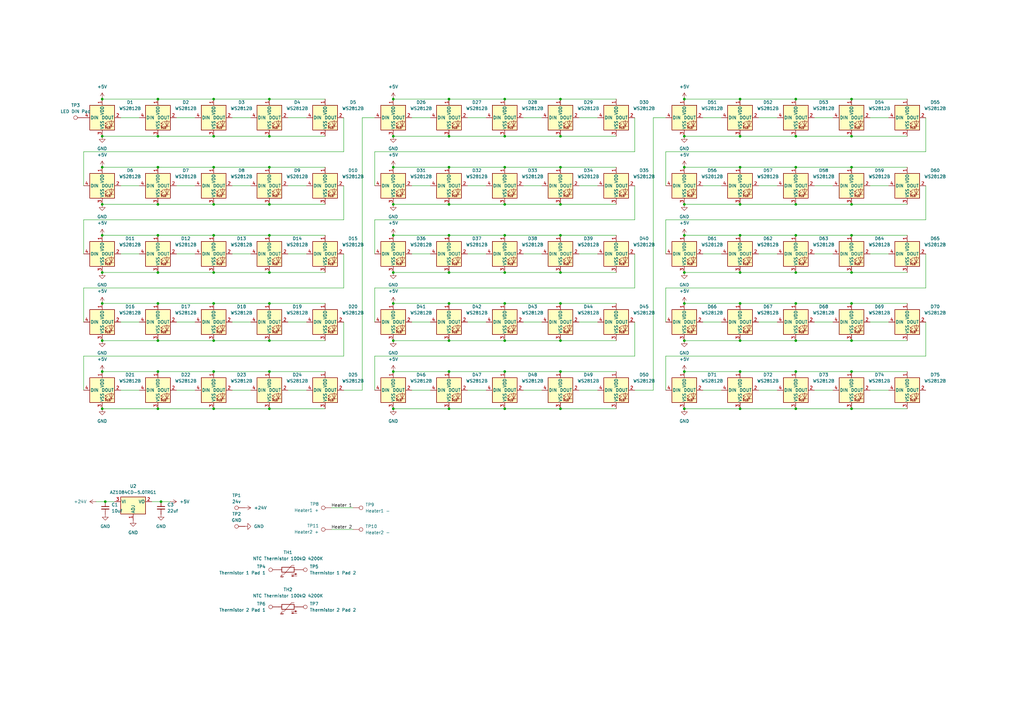
<source format=kicad_sch>
(kicad_sch (version 20231120) (generator "eeschema") (generator_version "8.0")
  (paper "A3")
  (junction (at 280.67 40.64))
  (junction (at 207.01 111.76))
  (junction (at 184.15 83.82))
  (junction (at 41.91 152.4))
  (junction (at 280.67 124.46))
  (junction (at 303.53 152.4))
  (junction (at 64.77 167.64))
  (junction (at 349.25 152.4))
  (junction (at 161.29 55.88))
  (junction (at 41.91 111.76))
  (junction (at 229.87 68.58))
  (junction (at 207.01 139.7))
  (junction (at 184.15 111.76))
  (junction (at 110.49 111.76))
  (junction (at 349.25 68.58))
  (junction (at 349.25 167.64))
  (junction (at 64.77 124.46))
  (junction (at 87.63 111.76))
  (junction (at 280.67 152.4))
  (junction (at 161.29 83.82))
  (junction (at 64.77 68.58))
  (junction (at 229.87 96.52))
  (junction (at 161.29 111.76))
  (junction (at 87.63 124.46))
  (junction (at 161.29 124.46))
  (junction (at 184.15 124.46))
  (junction (at 349.25 111.76))
  (junction (at 161.29 167.64))
  (junction (at 64.77 83.82))
  (junction (at 326.39 124.46))
  (junction (at 110.49 139.7))
  (junction (at 184.15 96.52))
  (junction (at 280.67 111.76))
  (junction (at 87.63 152.4))
  (junction (at 110.49 124.46))
  (junction (at 207.01 68.58))
  (junction (at 87.63 83.82))
  (junction (at 229.87 139.7))
  (junction (at 87.63 40.64))
  (junction (at 280.67 96.52))
  (junction (at 87.63 68.58))
  (junction (at 43.18 205.74))
  (junction (at 41.91 139.7))
  (junction (at 110.49 55.88))
  (junction (at 349.25 40.64))
  (junction (at 326.39 40.64))
  (junction (at 326.39 55.88))
  (junction (at 184.15 139.7))
  (junction (at 303.53 167.64))
  (junction (at 326.39 83.82))
  (junction (at 110.49 40.64))
  (junction (at 326.39 111.76))
  (junction (at 207.01 124.46))
  (junction (at 207.01 167.64))
  (junction (at 229.87 167.64))
  (junction (at 184.15 68.58))
  (junction (at 110.49 96.52))
  (junction (at 184.15 55.88))
  (junction (at 207.01 40.64))
  (junction (at 303.53 83.82))
  (junction (at 229.87 40.64))
  (junction (at 64.77 96.52))
  (junction (at 161.29 96.52))
  (junction (at 229.87 111.76))
  (junction (at 41.91 55.88))
  (junction (at 161.29 139.7))
  (junction (at 207.01 152.4))
  (junction (at 66.04 205.74))
  (junction (at 87.63 55.88))
  (junction (at 87.63 96.52))
  (junction (at 64.77 40.64))
  (junction (at 161.29 68.58))
  (junction (at 303.53 55.88))
  (junction (at 184.15 152.4))
  (junction (at 280.67 68.58))
  (junction (at 41.91 68.58))
  (junction (at 110.49 152.4))
  (junction (at 349.25 139.7))
  (junction (at 41.91 167.64))
  (junction (at 110.49 167.64))
  (junction (at 64.77 152.4))
  (junction (at 229.87 83.82))
  (junction (at 349.25 55.88))
  (junction (at 87.63 139.7))
  (junction (at 349.25 83.82))
  (junction (at 303.53 68.58))
  (junction (at 280.67 83.82))
  (junction (at 161.29 152.4))
  (junction (at 326.39 68.58))
  (junction (at 326.39 96.52))
  (junction (at 229.87 124.46))
  (junction (at 41.91 83.82))
  (junction (at 207.01 83.82))
  (junction (at 64.77 55.88))
  (junction (at 326.39 139.7))
  (junction (at 303.53 111.76))
  (junction (at 303.53 40.64))
  (junction (at 303.53 96.52))
  (junction (at 41.91 96.52))
  (junction (at 87.63 167.64))
  (junction (at 280.67 167.64))
  (junction (at 41.91 40.64))
  (junction (at 326.39 152.4))
  (junction (at 184.15 167.64))
  (junction (at 280.67 139.7))
  (junction (at 303.53 124.46))
  (junction (at 110.49 68.58))
  (junction (at 229.87 152.4))
  (junction (at 303.53 139.7))
  (junction (at 349.25 96.52))
  (junction (at 349.25 124.46))
  (junction (at 184.15 40.64))
  (junction (at 280.67 55.88))
  (junction (at 207.01 55.88))
  (junction (at 207.01 96.52))
  (junction (at 64.77 139.7))
  (junction (at 229.87 55.88))
  (junction (at 161.29 40.64))
  (junction (at 41.91 124.46))
  (junction (at 326.39 167.64))
  (junction (at 64.77 111.76))
  (junction (at 110.49 83.82))
  (wire (pts (xy 349.25 167.64) (xy 372.11 167.64)))
  (wire (pts (xy 168.91 104.14) (xy 176.53 104.14)))
  (wire (pts (xy 260.35 90.17) (xy 153.67 90.17)))
  (wire (pts (xy 140.97 48.26) (xy 140.97 62.23)))
  (wire (pts (xy 260.35 160.02) (xy 267.97 160.02)))
  (wire (pts (xy 303.53 167.64) (xy 326.39 167.64)))
  (wire (pts (xy 64.77 68.58) (xy 87.63 68.58)))
  (wire (pts (xy 356.87 48.26) (xy 364.49 48.26)))
  (wire (pts (xy 95.25 132.08) (xy 102.87 132.08)))
  (wire (pts (xy 260.35 62.23) (xy 153.67 62.23)))
  (wire (pts (xy 64.77 40.64) (xy 87.63 40.64)))
  (wire (pts (xy 280.67 83.82) (xy 303.53 83.82)))
  (wire (pts (xy 87.63 124.46) (xy 110.49 124.46)))
  (wire (pts (xy 191.77 160.02) (xy 199.39 160.02)))
  (wire (pts (xy 49.53 104.14) (xy 57.15 104.14)))
  (wire (pts (xy 288.29 104.14) (xy 295.91 104.14)))
  (wire (pts (xy 72.39 132.08) (xy 80.01 132.08)))
  (wire (pts (xy 168.91 132.08) (xy 176.53 132.08)))
  (wire (pts (xy 356.87 104.14) (xy 364.49 104.14)))
  (wire (pts (xy 110.49 40.64) (xy 133.35 40.64)))
  (wire (pts (xy 140.97 118.11) (xy 34.29 118.11)))
  (wire (pts (xy 118.11 160.02) (xy 125.73 160.02)))
  (wire (pts (xy 161.29 40.64) (xy 184.15 40.64)))
  (wire (pts (xy 118.11 76.2) (xy 125.73 76.2)))
  (wire (pts (xy 260.35 104.14) (xy 260.35 118.11)))
  (wire (pts (xy 379.73 146.05) (xy 273.05 146.05)))
  (wire (pts (xy 214.63 76.2) (xy 222.25 76.2)))
  (wire (pts (xy 184.15 68.58) (xy 207.01 68.58)))
  (wire (pts (xy 356.87 132.08) (xy 364.49 132.08)))
  (wire (pts (xy 229.87 40.64) (xy 252.73 40.64)))
  (wire (pts (xy 273.05 146.05) (xy 273.05 160.02)))
  (wire (pts (xy 280.67 124.46) (xy 303.53 124.46)))
  (wire (pts (xy 237.49 76.2) (xy 245.11 76.2)))
  (wire (pts (xy 184.15 124.46) (xy 207.01 124.46)))
  (wire (pts (xy 207.01 96.52) (xy 229.87 96.52)))
  (wire (pts (xy 191.77 76.2) (xy 199.39 76.2)))
  (wire (pts (xy 311.15 160.02) (xy 318.77 160.02)))
  (wire (pts (xy 273.05 62.23) (xy 273.05 76.2)))
  (wire (pts (xy 311.15 132.08) (xy 318.77 132.08)))
  (wire (pts (xy 87.63 167.64) (xy 110.49 167.64)))
  (wire (pts (xy 214.63 160.02) (xy 222.25 160.02)))
  (wire (pts (xy 191.77 104.14) (xy 199.39 104.14)))
  (wire (pts (xy 207.01 167.64) (xy 229.87 167.64)))
  (wire (pts (xy 191.77 132.08) (xy 199.39 132.08)))
  (wire (pts (xy 168.91 160.02) (xy 176.53 160.02)))
  (wire (pts (xy 273.05 118.11) (xy 273.05 132.08)))
  (wire (pts (xy 229.87 124.46) (xy 252.73 124.46)))
  (wire (pts (xy 87.63 152.4) (xy 110.49 152.4)))
  (wire (pts (xy 349.25 139.7) (xy 372.11 139.7)))
  (wire (pts (xy 110.49 124.46) (xy 133.35 124.46)))
  (wire (pts (xy 326.39 124.46) (xy 349.25 124.46)))
  (wire (pts (xy 153.67 62.23) (xy 153.67 76.2)))
  (wire (pts (xy 49.53 48.26) (xy 57.15 48.26)))
  (wire (pts (xy 303.53 96.52) (xy 326.39 96.52)))
  (wire (pts (xy 64.77 83.82) (xy 87.63 83.82)))
  (wire (pts (xy 41.91 124.46) (xy 64.77 124.46)))
  (wire (pts (xy 168.91 76.2) (xy 176.53 76.2)))
  (wire (pts (xy 356.87 76.2) (xy 364.49 76.2)))
  (wire (pts (xy 280.67 152.4) (xy 303.53 152.4)))
  (wire (pts (xy 334.01 132.08) (xy 341.63 132.08)))
  (wire (pts (xy 49.53 160.02) (xy 57.15 160.02)))
  (wire (pts (xy 168.91 48.26) (xy 176.53 48.26)))
  (wire (pts (xy 41.91 83.82) (xy 64.77 83.82)))
  (wire (pts (xy 207.01 83.82) (xy 229.87 83.82)))
  (wire (pts (xy 34.29 62.23) (xy 34.29 76.2)))
  (wire (pts (xy 140.97 104.14) (xy 140.97 118.11)))
  (wire (pts (xy 207.01 68.58) (xy 229.87 68.58)))
  (wire (pts (xy 334.01 160.02) (xy 341.63 160.02)))
  (wire (pts (xy 41.91 167.64) (xy 64.77 167.64)))
  (wire (pts (xy 184.15 139.7) (xy 207.01 139.7)))
  (wire (pts (xy 349.25 152.4) (xy 372.11 152.4)))
  (wire (pts (xy 260.35 132.08) (xy 260.35 146.05)))
  (wire (pts (xy 110.49 96.52) (xy 133.35 96.52)))
  (wire (pts (xy 303.53 55.88) (xy 326.39 55.88)))
  (wire (pts (xy 41.91 68.58) (xy 64.77 68.58)))
  (wire (pts (xy 87.63 68.58) (xy 110.49 68.58)))
  (wire (pts (xy 349.25 111.76) (xy 372.11 111.76)))
  (wire (pts (xy 140.97 90.17) (xy 34.29 90.17)))
  (wire (pts (xy 87.63 96.52) (xy 110.49 96.52)))
  (wire (pts (xy 153.67 146.05) (xy 153.67 160.02)))
  (wire (pts (xy 237.49 48.26) (xy 245.11 48.26)))
  (wire (pts (xy 95.25 104.14) (xy 102.87 104.14)))
  (wire (pts (xy 379.73 132.08) (xy 379.73 146.05)))
  (wire (pts (xy 229.87 55.88) (xy 252.73 55.88)))
  (wire (pts (xy 237.49 132.08) (xy 245.11 132.08)))
  (wire (pts (xy 64.77 124.46) (xy 87.63 124.46)))
  (wire (pts (xy 110.49 83.82) (xy 133.35 83.82)))
  (wire (pts (xy 303.53 111.76) (xy 326.39 111.76)))
  (wire (pts (xy 334.01 104.14) (xy 341.63 104.14)))
  (wire (pts (xy 280.67 139.7) (xy 303.53 139.7)))
  (wire (pts (xy 207.01 152.4) (xy 229.87 152.4)))
  (wire (pts (xy 207.01 139.7) (xy 229.87 139.7)))
  (wire (pts (xy 153.67 118.11) (xy 153.67 132.08)))
  (wire (pts (xy 110.49 111.76) (xy 133.35 111.76)))
  (wire (pts (xy 311.15 76.2) (xy 318.77 76.2)))
  (wire (pts (xy 288.29 48.26) (xy 295.91 48.26)))
  (wire (pts (xy 64.77 55.88) (xy 87.63 55.88)))
  (wire (pts (xy 87.63 40.64) (xy 110.49 40.64)))
  (wire (pts (xy 311.15 104.14) (xy 318.77 104.14)))
  (wire (pts (xy 311.15 48.26) (xy 318.77 48.26)))
  (wire (pts (xy 237.49 104.14) (xy 245.11 104.14)))
  (wire (pts (xy 379.73 90.17) (xy 273.05 90.17)))
  (wire (pts (xy 64.77 152.4) (xy 87.63 152.4)))
  (wire (pts (xy 72.39 48.26) (xy 80.01 48.26)))
  (wire (pts (xy 95.25 160.02) (xy 102.87 160.02)))
  (wire (pts (xy 326.39 68.58) (xy 349.25 68.58)))
  (wire (pts (xy 326.39 40.64) (xy 349.25 40.64)))
  (wire (pts (xy 229.87 83.82) (xy 252.73 83.82)))
  (wire (pts (xy 273.05 90.17) (xy 273.05 104.14)))
  (wire (pts (xy 161.29 55.88) (xy 184.15 55.88)))
  (wire (pts (xy 349.25 96.52) (xy 372.11 96.52)))
  (wire (pts (xy 161.29 124.46) (xy 184.15 124.46)))
  (wire (pts (xy 64.77 111.76) (xy 87.63 111.76)))
  (wire (pts (xy 229.87 139.7) (xy 252.73 139.7)))
  (wire (pts (xy 118.11 48.26) (xy 125.73 48.26)))
  (wire (pts (xy 379.73 48.26) (xy 379.73 62.23)))
  (wire (pts (xy 280.67 68.58) (xy 303.53 68.58)))
  (wire (pts (xy 34.29 118.11) (xy 34.29 132.08)))
  (wire (pts (xy 144.78 217.17) (xy 135.89 217.17)))
  (wire (pts (xy 39.37 205.74) (xy 43.18 205.74)))
  (wire (pts (xy 87.63 111.76) (xy 110.49 111.76)))
  (wire (pts (xy 229.87 167.64) (xy 252.73 167.64)))
  (wire (pts (xy 87.63 139.7) (xy 110.49 139.7)))
  (wire (pts (xy 140.97 132.08) (xy 140.97 146.05)))
  (wire (pts (xy 41.91 55.88) (xy 64.77 55.88)))
  (wire (pts (xy 326.39 167.64) (xy 349.25 167.64)))
  (wire (pts (xy 41.91 111.76) (xy 64.77 111.76)))
  (wire (pts (xy 207.01 124.46) (xy 229.87 124.46)))
  (wire (pts (xy 87.63 55.88) (xy 110.49 55.88)))
  (wire (pts (xy 334.01 48.26) (xy 341.63 48.26)))
  (wire (pts (xy 229.87 152.4) (xy 252.73 152.4)))
  (wire (pts (xy 110.49 152.4) (xy 133.35 152.4)))
  (wire (pts (xy 140.97 146.05) (xy 34.29 146.05)))
  (wire (pts (xy 260.35 76.2) (xy 260.35 90.17)))
  (wire (pts (xy 118.11 104.14) (xy 125.73 104.14)))
  (wire (pts (xy 118.11 132.08) (xy 125.73 132.08)))
  (wire (pts (xy 72.39 160.02) (xy 80.01 160.02)))
  (wire (pts (xy 379.73 118.11) (xy 273.05 118.11)))
  (wire (pts (xy 260.35 48.26) (xy 260.35 62.23)))
  (wire (pts (xy 161.29 152.4) (xy 184.15 152.4)))
  (wire (pts (xy 184.15 40.64) (xy 207.01 40.64)))
  (wire (pts (xy 184.15 55.88) (xy 207.01 55.88)))
  (wire (pts (xy 41.91 40.64) (xy 64.77 40.64)))
  (wire (pts (xy 110.49 139.7) (xy 133.35 139.7)))
  (wire (pts (xy 379.73 76.2) (xy 379.73 90.17)))
  (wire (pts (xy 49.53 132.08) (xy 57.15 132.08)))
  (wire (pts (xy 191.77 48.26) (xy 199.39 48.26)))
  (wire (pts (xy 356.87 160.02) (xy 364.49 160.02)))
  (wire (pts (xy 349.25 68.58) (xy 372.11 68.58)))
  (wire (pts (xy 229.87 68.58) (xy 252.73 68.58)))
  (wire (pts (xy 64.77 139.7) (xy 87.63 139.7)))
  (wire (pts (xy 229.87 96.52) (xy 252.73 96.52)))
  (wire (pts (xy 303.53 40.64) (xy 326.39 40.64)))
  (wire (pts (xy 161.29 68.58) (xy 184.15 68.58)))
  (wire (pts (xy 184.15 152.4) (xy 207.01 152.4)))
  (wire (pts (xy 207.01 111.76) (xy 229.87 111.76)))
  (wire (pts (xy 214.63 48.26) (xy 222.25 48.26)))
  (wire (pts (xy 260.35 118.11) (xy 153.67 118.11)))
  (wire (pts (xy 288.29 160.02) (xy 295.91 160.02)))
  (wire (pts (xy 184.15 111.76) (xy 207.01 111.76)))
  (wire (pts (xy 280.67 55.88) (xy 303.53 55.88)))
  (wire (pts (xy 140.97 160.02) (xy 148.59 160.02)))
  (wire (pts (xy 349.25 83.82) (xy 372.11 83.82)))
  (wire (pts (xy 280.67 40.64) (xy 303.53 40.64)))
  (wire (pts (xy 140.97 76.2) (xy 140.97 90.17)))
  (wire (pts (xy 303.53 83.82) (xy 326.39 83.82)))
  (wire (pts (xy 184.15 96.52) (xy 207.01 96.52)))
  (wire (pts (xy 64.77 167.64) (xy 87.63 167.64)))
  (wire (pts (xy 303.53 139.7) (xy 326.39 139.7)))
  (wire (pts (xy 66.04 205.74) (xy 69.85 205.74)))
  (wire (pts (xy 140.97 62.23) (xy 34.29 62.23)))
  (wire (pts (xy 303.53 124.46) (xy 326.39 124.46)))
  (wire (pts (xy 41.91 139.7) (xy 64.77 139.7)))
  (wire (pts (xy 161.29 139.7) (xy 184.15 139.7)))
  (wire (pts (xy 110.49 167.64) (xy 133.35 167.64)))
  (wire (pts (xy 184.15 167.64) (xy 207.01 167.64)))
  (wire (pts (xy 288.29 132.08) (xy 295.91 132.08)))
  (wire (pts (xy 280.67 111.76) (xy 303.53 111.76)))
  (wire (pts (xy 110.49 68.58) (xy 133.35 68.58)))
  (wire (pts (xy 64.77 96.52) (xy 87.63 96.52)))
  (wire (pts (xy 148.59 48.26) (xy 153.67 48.26)))
  (wire (pts (xy 110.49 55.88) (xy 133.35 55.88)))
  (wire (pts (xy 41.91 96.52) (xy 64.77 96.52)))
  (wire (pts (xy 43.18 205.74) (xy 46.99 205.74)))
  (wire (pts (xy 161.29 96.52) (xy 184.15 96.52)))
  (wire (pts (xy 334.01 76.2) (xy 341.63 76.2)))
  (wire (pts (xy 288.29 76.2) (xy 295.91 76.2)))
  (wire (pts (xy 303.53 152.4) (xy 326.39 152.4)))
  (wire (pts (xy 72.39 76.2) (xy 80.01 76.2)))
  (wire (pts (xy 161.29 111.76) (xy 184.15 111.76)))
  (wire (pts (xy 144.78 208.28) (xy 135.89 208.28)))
  (wire (pts (xy 379.73 104.14) (xy 379.73 118.11)))
  (wire (pts (xy 267.97 160.02) (xy 267.97 48.26)))
  (wire (pts (xy 326.39 152.4) (xy 349.25 152.4)))
  (wire (pts (xy 326.39 111.76) (xy 349.25 111.76)))
  (wire (pts (xy 62.23 205.74) (xy 66.04 205.74)))
  (wire (pts (xy 349.25 55.88) (xy 372.11 55.88)))
  (wire (pts (xy 326.39 139.7) (xy 349.25 139.7)))
  (wire (pts (xy 49.53 76.2) (xy 57.15 76.2)))
  (wire (pts (xy 95.25 76.2) (xy 102.87 76.2)))
  (wire (pts (xy 214.63 132.08) (xy 222.25 132.08)))
  (wire (pts (xy 326.39 83.82) (xy 349.25 83.82)))
  (wire (pts (xy 34.29 90.17) (xy 34.29 104.14)))
  (wire (pts (xy 207.01 40.64) (xy 229.87 40.64)))
  (wire (pts (xy 153.67 90.17) (xy 153.67 104.14)))
  (wire (pts (xy 237.49 160.02) (xy 245.11 160.02)))
  (wire (pts (xy 260.35 146.05) (xy 153.67 146.05)))
  (wire (pts (xy 267.97 48.26) (xy 273.05 48.26)))
  (wire (pts (xy 34.29 146.05) (xy 34.29 160.02)))
  (wire (pts (xy 161.29 83.82) (xy 184.15 83.82)))
  (wire (pts (xy 280.67 167.64) (xy 303.53 167.64)))
  (wire (pts (xy 41.91 152.4) (xy 64.77 152.4)))
  (wire (pts (xy 379.73 62.23) (xy 273.05 62.23)))
  (wire (pts (xy 207.01 55.88) (xy 229.87 55.88)))
  (wire (pts (xy 303.53 68.58) (xy 326.39 68.58)))
  (wire (pts (xy 349.25 40.64) (xy 372.11 40.64)))
  (wire (pts (xy 148.59 160.02) (xy 148.59 48.26)))
  (wire (pts (xy 326.39 96.52) (xy 349.25 96.52)))
  (wire (pts (xy 95.25 48.26) (xy 102.87 48.26)))
  (wire (pts (xy 326.39 55.88) (xy 349.25 55.88)))
  (wire (pts (xy 161.29 167.64) (xy 184.15 167.64)))
  (wire (pts (xy 349.25 124.46) (xy 372.11 124.46)))
  (wire (pts (xy 184.15 83.82) (xy 207.01 83.82)))
  (wire (pts (xy 214.63 104.14) (xy 222.25 104.14)))
  (wire (pts (xy 229.87 111.76) (xy 252.73 111.76)))
  (wire (pts (xy 87.63 83.82) (xy 110.49 83.82)))
  (wire (pts (xy 280.67 96.52) (xy 303.53 96.52)))
  (wire (pts (xy 72.39 104.14) (xy 80.01 104.14)))
  (label "Heater 1" (at 135.89 208.28 0))
  (label "Heater 2" (at 135.89 217.17 0))
  (symbol (lib_id "LED:WS2812B") (at 41.91 104.14 0) (unit 1)
    (property "Reference" "D11" (at 53.34 97.8214 0))
    (property "Value" "WS2812B" (at 53.34 100.3614 0))
    (property "Footprint" "LED_SMD:LED_WS2812B_PLCC4_5.0x5.0mm_P3.2mm" (effects (hide yes)))
    (property "Datasheet" "https://cdn-shop.adafruit.com/datasheets/WS2812B.pdf" (effects (hide yes)))
    (property "Description" "RGB LED with integrated controller" (effects (hide yes)))
  )
  (symbol (lib_id "power:GND") (at 280.67 55.88 0) (unit 1)
    (property "Reference" "#PWR022" (effects (hide yes)))
    (property "Value" "GND" (at 280.67 60.96 0))
    (property "Description" "Power symbol creates a global label with name \"GND\" , ground" (effects (hide yes)))
  )
  (symbol (lib_id "LED:WS2812B") (at 229.87 104.14 0) (unit 1)
    (property "Reference" "D39" (at 241.3 97.8214 0))
    (property "Value" "WS2812B" (at 241.3 100.3614 0))
    (property "Footprint" "LED_SMD:LED_WS2812B_PLCC4_5.0x5.0mm_P3.2mm" (effects (hide yes)))
    (property "Datasheet" "https://cdn-shop.adafruit.com/datasheets/WS2812B.pdf" (effects (hide yes)))
    (property "Description" "RGB LED with integrated controller" (effects (hide yes)))
  )
  (symbol (lib_id "LED:WS2812B") (at 207.01 76.2 0) (unit 1)
    (property "Reference" "D33" (at 218.44 69.8814 0))
    (property "Value" "WS2812B" (at 218.44 72.4214 0))
    (property "Footprint" "LED_SMD:LED_WS2812B_PLCC4_5.0x5.0mm_P3.2mm" (effects (hide yes)))
    (property "Datasheet" "https://cdn-shop.adafruit.com/datasheets/WS2812B.pdf" (effects (hide yes)))
    (property "Description" "RGB LED with integrated controller" (effects (hide yes)))
  )
  (symbol (lib_id "Device:Thermistor_NTC") (at 118.11 233.68 90) (unit 1)
    (property "Reference" "TH1" (at 118.11 226.568 90))
    (property "Value" "NTC Thermistor 100kΩ 4200K" (at 118.11 229.108 90))
    (property "Footprint" "Resistor_SMD:R_0805_2012Metric_Pad1.20x1.40mm_HandSolder" (effects (hide yes)))
    (property "Description" "Temperature dependent resistor, negative temperature coefficient" (effects (hide yes)))
  )
  (symbol (lib_id "power:GND") (at 41.91 55.88 0) (unit 1)
    (property "Reference" "#PWR02" (effects (hide yes)))
    (property "Value" "GND" (at 41.91 60.96 0))
    (property "Description" "Power symbol creates a global label with name \"GND\" , ground" (effects (hide yes)))
  )
  (symbol (lib_id "power:GND") (at 43.18 210.82 0) (unit 1)
    (property "Reference" "#PWR035" (effects (hide yes)))
    (property "Value" "GND" (at 43.18 215.9 0))
    (property "Description" "Power symbol creates a global label with name \"GND\" , ground" (effects (hide yes)))
  )
  (symbol (lib_id "LED:WS2812B") (at 280.67 76.2 0) (unit 1)
    (property "Reference" "D56" (at 292.1 69.8814 0))
    (property "Value" "WS2812B" (at 292.1 72.4214 0))
    (property "Footprint" "LED_SMD:LED_WS2812B_PLCC4_5.0x5.0mm_P3.2mm" (effects (hide yes)))
    (property "Datasheet" "https://cdn-shop.adafruit.com/datasheets/WS2812B.pdf" (effects (hide yes)))
    (property "Description" "RGB LED with integrated controller" (effects (hide yes)))
  )
  (symbol (lib_id "LED:WS2812B") (at 161.29 132.08 0) (unit 1)
    (property "Reference" "D41" (at 172.72 125.7614 0))
    (property "Value" "WS2812B" (at 172.72 128.3014 0))
    (property "Footprint" "LED_SMD:LED_WS2812B_PLCC4_5.0x5.0mm_P3.2mm" (effects (hide yes)))
    (property "Datasheet" "https://cdn-shop.adafruit.com/datasheets/WS2812B.pdf" (effects (hide yes)))
    (property "Description" "RGB LED with integrated controller" (effects (hide yes)))
  )
  (symbol (lib_id "LED:WS2812B") (at 207.01 48.26 0) (unit 1)
    (property "Reference" "D28" (at 218.44 41.9414 0))
    (property "Value" "WS2812B" (at 218.44 44.4814 0))
    (property "Footprint" "LED_SMD:LED_WS2812B_PLCC4_5.0x5.0mm_P3.2mm" (effects (hide yes)))
    (property "Datasheet" "https://cdn-shop.adafruit.com/datasheets/WS2812B.pdf" (effects (hide yes)))
    (property "Description" "RGB LED with integrated controller" (effects (hide yes)))
  )
  (symbol (lib_id "LED:WS2812B") (at 184.15 132.08 0) (unit 1)
    (property "Reference" "D42" (at 195.58 125.7614 0))
    (property "Value" "WS2812B" (at 195.58 128.3014 0))
    (property "Footprint" "LED_SMD:LED_WS2812B_PLCC4_5.0x5.0mm_P3.2mm" (effects (hide yes)))
    (property "Datasheet" "https://cdn-shop.adafruit.com/datasheets/WS2812B.pdf" (effects (hide yes)))
    (property "Description" "RGB LED with integrated controller" (effects (hide yes)))
  )
  (symbol (lib_id "LED:WS2812B") (at 87.63 48.26 0) (unit 1)
    (property "Reference" "D3" (at 99.06 41.9414 0))
    (property "Value" "WS2812B" (at 99.06 44.4814 0))
    (property "Footprint" "LED_SMD:LED_WS2812B_PLCC4_5.0x5.0mm_P3.2mm" (effects (hide yes)))
    (property "Datasheet" "https://cdn-shop.adafruit.com/datasheets/WS2812B.pdf" (effects (hide yes)))
    (property "Description" "RGB LED with integrated controller" (effects (hide yes)))
  )
  (symbol (lib_id "LED:WS2812B") (at 64.77 160.02 0) (unit 1)
    (property "Reference" "D22" (at 76.2 153.7014 0))
    (property "Value" "WS2812B" (at 76.2 156.2414 0))
    (property "Footprint" "LED_SMD:LED_WS2812B_PLCC4_5.0x5.0mm_P3.2mm" (effects (hide yes)))
    (property "Datasheet" "https://cdn-shop.adafruit.com/datasheets/WS2812B.pdf" (effects (hide yes)))
    (property "Description" "RGB LED with integrated controller" (effects (hide yes)))
  )
  (symbol (lib_id "power:GND") (at 66.04 210.82 0) (unit 1)
    (property "Reference" "#PWR034" (effects (hide yes)))
    (property "Value" "GND" (at 66.04 215.9 0))
    (property "Description" "Power symbol creates a global label with name \"GND\" , ground" (effects (hide yes)))
  )
  (symbol (lib_id "LED:WS2812B") (at 64.77 104.14 0) (unit 1)
    (property "Reference" "D12" (at 76.2 97.8214 0))
    (property "Value" "WS2812B" (at 76.2 100.3614 0))
    (property "Footprint" "LED_SMD:LED_WS2812B_PLCC4_5.0x5.0mm_P3.2mm" (effects (hide yes)))
    (property "Datasheet" "https://cdn-shop.adafruit.com/datasheets/WS2812B.pdf" (effects (hide yes)))
    (property "Description" "RGB LED with integrated controller" (effects (hide yes)))
  )
  (symbol (lib_id "power:GND") (at 41.91 139.7 0) (unit 1)
    (property "Reference" "#PWR08" (effects (hide yes)))
    (property "Value" "GND" (at 41.91 144.78 0))
    (property "Description" "Power symbol creates a global label with name \"GND\" , ground" (effects (hide yes)))
  )
  (symbol (lib_id "LED:WS2812B") (at 349.25 48.26 0) (unit 1)
    (property "Reference" "D54" (at 360.68 41.9414 0))
    (property "Value" "WS2812B" (at 360.68 44.4814 0))
    (property "Footprint" "LED_SMD:LED_WS2812B_PLCC4_5.0x5.0mm_P3.2mm" (effects (hide yes)))
    (property "Datasheet" "https://cdn-shop.adafruit.com/datasheets/WS2812B.pdf" (effects (hide yes)))
    (property "Description" "RGB LED with integrated controller" (effects (hide yes)))
  )
  (symbol (lib_id "power:GND") (at 161.29 139.7 0) (unit 1)
    (property "Reference" "#PWR018" (effects (hide yes)))
    (property "Value" "GND" (at 161.29 144.78 0))
    (property "Description" "Power symbol creates a global label with name \"GND\" , ground" (effects (hide yes)))
  )
  (symbol (lib_id "power:+5V") (at 161.29 152.4 0) (unit 1)
    (property "Reference" "#PWR019" (effects (hide yes)))
    (property "Value" "+5V" (at 161.29 147.32 0))
    (property "Description" "Power symbol creates a global label with name \"+5V\"" (effects (hide yes)))
  )
  (symbol (lib_id "LED:WS2812B") (at 326.39 104.14 0) (unit 1)
    (property "Reference" "D63" (at 337.82 97.8214 0))
    (property "Value" "WS2812B" (at 337.82 100.3614 0))
    (property "Footprint" "LED_SMD:LED_WS2812B_PLCC4_5.0x5.0mm_P3.2mm" (effects (hide yes)))
    (property "Datasheet" "https://cdn-shop.adafruit.com/datasheets/WS2812B.pdf" (effects (hide yes)))
    (property "Description" "RGB LED with integrated controller" (effects (hide yes)))
  )
  (symbol (lib_id "Connector:TestPoint") (at 144.78 208.28 270) (unit 1)
    (property "Reference" "TP9" (at 149.86 207.0099 90) (effects (justify left)))
    (property "Value" "Heater1 -" (at 149.86 209.5499 90) (effects (justify left)))
    (property "Footprint" "TestPoint:TestPoint_Pad_4.0x4.0mm" (effects (hide yes)))
    (property "Description" "test point" (effects (hide yes)))
  )
  (symbol (lib_id "LED:WS2812B") (at 87.63 160.02 0) (unit 1)
    (property "Reference" "D23" (at 99.06 153.7014 0))
    (property "Value" "WS2812B" (at 99.06 156.2414 0))
    (property "Footprint" "LED_SMD:LED_WS2812B_PLCC4_5.0x5.0mm_P3.2mm" (effects (hide yes)))
    (property "Datasheet" "https://cdn-shop.adafruit.com/datasheets/WS2812B.pdf" (effects (hide yes)))
    (property "Description" "RGB LED with integrated controller" (effects (hide yes)))
  )
  (symbol (lib_id "LED:WS2812B") (at 207.01 104.14 0) (unit 1)
    (property "Reference" "D38" (at 218.44 97.8214 0))
    (property "Value" "WS2812B" (at 218.44 100.3614 0))
    (property "Footprint" "LED_SMD:LED_WS2812B_PLCC4_5.0x5.0mm_P3.2mm" (effects (hide yes)))
    (property "Datasheet" "https://cdn-shop.adafruit.com/datasheets/WS2812B.pdf" (effects (hide yes)))
    (property "Description" "RGB LED with integrated controller" (effects (hide yes)))
  )
  (symbol (lib_id "LED:WS2812B") (at 229.87 132.08 0) (unit 1)
    (property "Reference" "D44" (at 241.3 125.7614 0))
    (property "Value" "WS2812B" (at 241.3 128.3014 0))
    (property "Footprint" "LED_SMD:LED_WS2812B_PLCC4_5.0x5.0mm_P3.2mm" (effects (hide yes)))
    (property "Datasheet" "https://cdn-shop.adafruit.com/datasheets/WS2812B.pdf" (effects (hide yes)))
    (property "Description" "RGB LED with integrated controller" (effects (hide yes)))
  )
  (symbol (lib_id "LED:WS2812B") (at 64.77 76.2 0) (unit 1)
    (property "Reference" "D7" (at 76.2 69.8814 0))
    (property "Value" "WS2812B" (at 76.2 72.4214 0))
    (property "Footprint" "LED_SMD:LED_WS2812B_PLCC4_5.0x5.0mm_P3.2mm" (effects (hide yes)))
    (property "Datasheet" "https://cdn-shop.adafruit.com/datasheets/WS2812B.pdf" (effects (hide yes)))
    (property "Description" "RGB LED with integrated controller" (effects (hide yes)))
  )
  (symbol (lib_id "LED:WS2812B") (at 161.29 160.02 0) (unit 1)
    (property "Reference" "D46" (at 172.72 153.7014 0))
    (property "Value" "WS2812B" (at 172.72 156.2414 0))
    (property "Footprint" "LED_SMD:LED_WS2812B_PLCC4_5.0x5.0mm_P3.2mm" (effects (hide yes)))
    (property "Datasheet" "https://cdn-shop.adafruit.com/datasheets/WS2812B.pdf" (effects (hide yes)))
    (property "Description" "RGB LED with integrated controller" (effects (hide yes)))
  )
  (symbol (lib_id "LED:WS2812B") (at 229.87 160.02 0) (unit 1)
    (property "Reference" "D49" (at 241.3 153.7014 0))
    (property "Value" "WS2812B" (at 241.3 156.2414 0))
    (property "Footprint" "LED_SMD:LED_WS2812B_PLCC4_5.0x5.0mm_P3.2mm" (effects (hide yes)))
    (property "Datasheet" "https://cdn-shop.adafruit.com/datasheets/WS2812B.pdf" (effects (hide yes)))
    (property "Description" "RGB LED with integrated controller" (effects (hide yes)))
  )
  (symbol (lib_id "Connector:TestPoint") (at 121.92 233.68 270) (unit 1)
    (property "Reference" "TP5" (at 127 232.4099 90) (effects (justify left)))
    (property "Value" "Thermistor 1 Pad 2" (at 127 234.9499 90) (effects (justify left)))
    (property "Footprint" "TestPoint:TestPoint_Pad_2.0x2.0mm" (effects (hide yes)))
    (property "Description" "test point" (effects (hide yes)))
  )
  (symbol (lib_id "LED:WS2812B") (at 372.11 76.2 0) (unit 1)
    (property "Reference" "D60" (at 383.54 69.8814 0))
    (property "Value" "WS2812B" (at 383.54 72.4214 0))
    (property "Footprint" "LED_SMD:LED_WS2812B_PLCC4_5.0x5.0mm_P3.2mm" (effects (hide yes)))
    (property "Datasheet" "https://cdn-shop.adafruit.com/datasheets/WS2812B.pdf" (effects (hide yes)))
    (property "Description" "RGB LED with integrated controller" (effects (hide yes)))
  )
  (symbol (lib_id "Connector:TestPoint") (at 135.89 208.28 90) (unit 1)
    (property "Reference" "TP8" (at 130.81 206.756 90) (effects (justify left)))
    (property "Value" "Heater1 +" (at 130.81 209.296 90) (effects (justify left)))
    (property "Footprint" "TestPoint:TestPoint_Pad_4.0x4.0mm" (effects (hide yes)))
    (property "Description" "test point" (effects (hide yes)))
  )
  (symbol (lib_id "LED:WS2812B") (at 303.53 132.08 0) (unit 1)
    (property "Reference" "D67" (at 314.96 125.7614 0))
    (property "Value" "WS2812B" (at 314.96 128.3014 0))
    (property "Footprint" "LED_SMD:LED_WS2812B_PLCC4_5.0x5.0mm_P3.2mm" (effects (hide yes)))
    (property "Datasheet" "https://cdn-shop.adafruit.com/datasheets/WS2812B.pdf" (effects (hide yes)))
    (property "Description" "RGB LED with integrated controller" (effects (hide yes)))
  )
  (symbol (lib_id "power:+5V") (at 280.67 96.52 0) (unit 1)
    (property "Reference" "#PWR025" (effects (hide yes)))
    (property "Value" "+5V" (at 280.67 91.44 0))
    (property "Description" "Power symbol creates a global label with name \"+5V\"" (effects (hide yes)))
  )
  (symbol (lib_id "LED:WS2812B") (at 303.53 104.14 0) (unit 1)
    (property "Reference" "D62" (at 314.96 97.8214 0))
    (property "Value" "WS2812B" (at 314.96 100.3614 0))
    (property "Footprint" "LED_SMD:LED_WS2812B_PLCC4_5.0x5.0mm_P3.2mm" (effects (hide yes)))
    (property "Datasheet" "https://cdn-shop.adafruit.com/datasheets/WS2812B.pdf" (effects (hide yes)))
    (property "Description" "RGB LED with integrated controller" (effects (hide yes)))
  )
  (symbol (lib_id "power:+5V") (at 161.29 68.58 0) (unit 1)
    (property "Reference" "#PWR013" (effects (hide yes)))
    (property "Value" "+5V" (at 161.29 63.5 0))
    (property "Description" "Power symbol creates a global label with name \"+5V\"" (effects (hide yes)))
  )
  (symbol (lib_id "LED:WS2812B") (at 110.49 160.02 0) (unit 1)
    (property "Reference" "D24" (at 121.92 153.7014 0))
    (property "Value" "WS2812B" (at 121.92 156.2414 0))
    (property "Footprint" "LED_SMD:LED_WS2812B_PLCC4_5.0x5.0mm_P3.2mm" (effects (hide yes)))
    (property "Datasheet" "https://cdn-shop.adafruit.com/datasheets/WS2812B.pdf" (effects (hide yes)))
    (property "Description" "RGB LED with integrated controller" (effects (hide yes)))
  )
  (symbol (lib_id "LED:WS2812B") (at 161.29 76.2 0) (unit 1)
    (property "Reference" "D31" (at 172.72 69.8814 0))
    (property "Value" "WS2812B" (at 172.72 72.4214 0))
    (property "Footprint" "LED_SMD:LED_WS2812B_PLCC4_5.0x5.0mm_P3.2mm" (effects (hide yes)))
    (property "Datasheet" "https://cdn-shop.adafruit.com/datasheets/WS2812B.pdf" (effects (hide yes)))
    (property "Description" "RGB LED with integrated controller" (effects (hide yes)))
  )
  (symbol (lib_id "Connector:TestPoint") (at 34.29 48.26 90) (unit 1)
    (property "Reference" "TP3" (at 30.988 43.18 90))
    (property "Value" "LED DIN Pad" (at 30.988 45.72 90))
    (property "Footprint" "TestPoint:TestPoint_Pad_2.5x2.5mm" (effects (hide yes)))
    (property "Description" "test point" (effects (hide yes)))
  )
  (symbol (lib_id "LED:WS2812B") (at 133.35 48.26 0) (unit 1)
    (property "Reference" "D5" (at 144.78 41.9414 0))
    (property "Value" "WS2812B" (at 144.78 44.4814 0))
    (property "Footprint" "LED_SMD:LED_WS2812B_PLCC4_5.0x5.0mm_P3.2mm" (effects (hide yes)))
    (property "Datasheet" "https://cdn-shop.adafruit.com/datasheets/WS2812B.pdf" (effects (hide yes)))
    (property "Description" "RGB LED with integrated controller" (effects (hide yes)))
  )
  (symbol (lib_id "Device:Thermistor_NTC") (at 118.11 248.92 90) (unit 1)
    (property "Reference" "TH2" (at 118.11 241.808 90))
    (property "Value" "NTC Thermistor 100kΩ 4200K" (at 118.11 244.348 90))
    (property "Footprint" "Resistor_SMD:R_0805_2012Metric_Pad1.20x1.40mm_HandSolder" (effects (hide yes)))
    (property "Description" "Temperature dependent resistor, negative temperature coefficient" (effects (hide yes)))
  )
  (symbol (lib_id "Connector:TestPoint") (at 144.78 217.17 270) (unit 1)
    (property "Reference" "TP10" (at 149.86 215.8999 90) (effects (justify left)))
    (property "Value" "Heater2 -" (at 149.86 218.4399 90) (effects (justify left)))
    (property "Footprint" "TestPoint:TestPoint_Pad_4.0x4.0mm" (effects (hide yes)))
    (property "Description" "test point" (effects (hide yes)))
  )
  (symbol (lib_id "LED:WS2812B") (at 133.35 104.14 0) (unit 1)
    (property "Reference" "D15" (at 144.78 97.8214 0))
    (property "Value" "WS2812B" (at 144.78 100.3614 0))
    (property "Footprint" "LED_SMD:LED_WS2812B_PLCC4_5.0x5.0mm_P3.2mm" (effects (hide yes)))
    (property "Datasheet" "https://cdn-shop.adafruit.com/datasheets/WS2812B.pdf" (effects (hide yes)))
    (property "Description" "RGB LED with integrated controller" (effects (hide yes)))
  )
  (symbol (lib_id "power:+5V") (at 161.29 40.64 0) (unit 1)
    (property "Reference" "#PWR011" (effects (hide yes)))
    (property "Value" "+5V" (at 161.29 35.56 0))
    (property "Description" "Power symbol creates a global label with name \"+5V\"" (effects (hide yes)))
  )
  (symbol (lib_id "power:GND") (at 161.29 167.64 0) (unit 1)
    (property "Reference" "#PWR020" (effects (hide yes)))
    (property "Value" "GND" (at 161.29 172.72 0))
    (property "Description" "Power symbol creates a global label with name \"GND\" , ground" (effects (hide yes)))
  )
  (symbol (lib_id "LED:WS2812B") (at 372.11 48.26 0) (unit 1)
    (property "Reference" "D55" (at 383.54 41.9414 0))
    (property "Value" "WS2812B" (at 383.54 44.4814 0))
    (property "Footprint" "LED_SMD:LED_WS2812B_PLCC4_5.0x5.0mm_P3.2mm" (effects (hide yes)))
    (property "Datasheet" "https://cdn-shop.adafruit.com/datasheets/WS2812B.pdf" (effects (hide yes)))
    (property "Description" "RGB LED with integrated controller" (effects (hide yes)))
  )
  (symbol (lib_id "LED:WS2812B") (at 110.49 76.2 0) (unit 1)
    (property "Reference" "D9" (at 121.92 69.8814 0))
    (property "Value" "WS2812B" (at 121.92 72.4214 0))
    (property "Footprint" "LED_SMD:LED_WS2812B_PLCC4_5.0x5.0mm_P3.2mm" (effects (hide yes)))
    (property "Datasheet" "https://cdn-shop.adafruit.com/datasheets/WS2812B.pdf" (effects (hide yes)))
    (property "Description" "RGB LED with integrated controller" (effects (hide yes)))
  )
  (symbol (lib_id "LED:WS2812B") (at 87.63 104.14 0) (unit 1)
    (property "Reference" "D13" (at 99.06 97.8214 0))
    (property "Value" "WS2812B" (at 99.06 100.3614 0))
    (property "Footprint" "LED_SMD:LED_WS2812B_PLCC4_5.0x5.0mm_P3.2mm" (effects (hide yes)))
    (property "Datasheet" "https://cdn-shop.adafruit.com/datasheets/WS2812B.pdf" (effects (hide yes)))
    (property "Description" "RGB LED with integrated controller" (effects (hide yes)))
  )
  (symbol (lib_id "power:+5V") (at 280.67 124.46 0) (unit 1)
    (property "Reference" "#PWR027" (effects (hide yes)))
    (property "Value" "+5V" (at 280.67 119.38 0))
    (property "Description" "Power symbol creates a global label with name \"+5V\"" (effects (hide yes)))
  )
  (symbol (lib_id "LED:WS2812B") (at 184.15 48.26 0) (unit 1)
    (property "Reference" "D27" (at 195.58 41.9414 0))
    (property "Value" "WS2812B" (at 195.58 44.4814 0))
    (property "Footprint" "LED_SMD:LED_WS2812B_PLCC4_5.0x5.0mm_P3.2mm" (effects (hide yes)))
    (property "Datasheet" "https://cdn-shop.adafruit.com/datasheets/WS2812B.pdf" (effects (hide yes)))
    (property "Description" "RGB LED with integrated controller" (effects (hide yes)))
  )
  (symbol (lib_id "LED:WS2812B") (at 229.87 76.2 0) (unit 1)
    (property "Reference" "D34" (at 241.3 69.8814 0))
    (property "Value" "WS2812B" (at 241.3 72.4214 0))
    (property "Footprint" "LED_SMD:LED_WS2812B_PLCC4_5.0x5.0mm_P3.2mm" (effects (hide yes)))
    (property "Datasheet" "https://cdn-shop.adafruit.com/datasheets/WS2812B.pdf" (effects (hide yes)))
    (property "Description" "RGB LED with integrated controller" (effects (hide yes)))
  )
  (symbol (lib_id "LED:WS2812B") (at 252.73 160.02 0) (unit 1)
    (property "Reference" "D50" (at 264.16 153.7014 0))
    (property "Value" "WS2812B" (at 264.16 156.2414 0))
    (property "Footprint" "LED_SMD:LED_WS2812B_PLCC4_5.0x5.0mm_P3.2mm" (effects (hide yes)))
    (property "Datasheet" "https://cdn-shop.adafruit.com/datasheets/WS2812B.pdf" (effects (hide yes)))
    (property "Description" "RGB LED with integrated controller" (effects (hide yes)))
  )
  (symbol (lib_id "power:+5V") (at 280.67 68.58 0) (unit 1)
    (property "Reference" "#PWR023" (effects (hide yes)))
    (property "Value" "+5V" (at 280.67 63.5 0))
    (property "Description" "Power symbol creates a global label with name \"+5V\"" (effects (hide yes)))
  )
  (symbol (lib_id "LED:WS2812B") (at 41.91 160.02 0) (unit 1)
    (property "Reference" "D21" (at 53.34 153.7014 0))
    (property "Value" "WS2812B" (at 53.34 156.2414 0))
    (property "Footprint" "LED_SMD:LED_WS2812B_PLCC4_5.0x5.0mm_P3.2mm" (effects (hide yes)))
    (property "Datasheet" "https://cdn-shop.adafruit.com/datasheets/WS2812B.pdf" (effects (hide yes)))
    (property "Description" "RGB LED with integrated controller" (effects (hide yes)))
  )
  (symbol (lib_id "power:+24V") (at 100.33 208.28 270) (unit 1)
    (property "Reference" "#PWR036" (effects (hide yes)))
    (property "Value" "+24V" (at 104.14 208.2799 90) (effects (justify left)))
    (property "Description" "Power symbol creates a global label with name \"+24V\"" (effects (hide yes)))
  )
  (symbol (lib_id "power:GND") (at 100.33 215.9 90) (unit 1)
    (property "Reference" "#PWR037" (effects (hide yes)))
    (property "Value" "GND" (at 104.14 215.8999 90) (effects (justify right)))
    (property "Description" "Power symbol creates a global label with name \"GND\" , ground" (effects (hide yes)))
  )
  (symbol (lib_id "LED:WS2812B") (at 303.53 160.02 0) (unit 1)
    (property "Reference" "D72" (at 314.96 153.7014 0))
    (property "Value" "WS2812B" (at 314.96 156.2414 0))
    (property "Footprint" "LED_SMD:LED_WS2812B_PLCC4_5.0x5.0mm_P3.2mm" (effects (hide yes)))
    (property "Datasheet" "https://cdn-shop.adafruit.com/datasheets/WS2812B.pdf" (effects (hide yes)))
    (property "Description" "RGB LED with integrated controller" (effects (hide yes)))
  )
  (symbol (lib_id "power:GND") (at 161.29 83.82 0) (unit 1)
    (property "Reference" "#PWR014" (effects (hide yes)))
    (property "Value" "GND" (at 161.29 88.9 0))
    (property "Description" "Power symbol creates a global label with name \"GND\" , ground" (effects (hide yes)))
  )
  (symbol (lib_id "power:GND") (at 41.91 83.82 0) (unit 1)
    (property "Reference" "#PWR04" (effects (hide yes)))
    (property "Value" "GND" (at 41.91 88.9 0))
    (property "Description" "Power symbol creates a global label with name \"GND\" , ground" (effects (hide yes)))
  )
  (symbol (lib_id "power:+5V") (at 161.29 124.46 0) (unit 1)
    (property "Reference" "#PWR017" (effects (hide yes)))
    (property "Value" "+5V" (at 161.29 119.38 0))
    (property "Description" "Power symbol creates a global label with name \"+5V\"" (effects (hide yes)))
  )
  (symbol (lib_id "LED:WS2812B") (at 326.39 160.02 0) (unit 1)
    (property "Reference" "D73" (at 337.82 153.7014 0))
    (property "Value" "WS2812B" (at 337.82 156.2414 0))
    (property "Footprint" "LED_SMD:LED_WS2812B_PLCC4_5.0x5.0mm_P3.2mm" (effects (hide yes)))
    (property "Datasheet" "https://cdn-shop.adafruit.com/datasheets/WS2812B.pdf" (effects (hide yes)))
    (property "Description" "RGB LED with integrated controller" (effects (hide yes)))
  )
  (symbol (lib_id "power:+5V") (at 69.85 205.74 270) (unit 1)
    (property "Reference" "#PWR033" (effects (hide yes)))
    (property "Value" "+5V" (at 73.66 205.7399 90) (effects (justify left)))
    (property "Description" "Power symbol creates a global label with name \"+5V\"" (effects (hide yes)))
  )
  (symbol (lib_id "power:+5V") (at 41.91 124.46 0) (unit 1)
    (property "Reference" "#PWR07" (effects (hide yes)))
    (property "Value" "+5V" (at 41.91 119.38 0))
    (property "Description" "Power symbol creates a global label with name \"+5V\"" (effects (hide yes)))
  )
  (symbol (lib_id "power:+5V") (at 41.91 40.64 0) (unit 1)
    (property "Reference" "#PWR01" (effects (hide yes)))
    (property "Value" "+5V" (at 41.91 35.56 0))
    (property "Description" "Power symbol creates a global label with name \"+5V\"" (effects (hide yes)))
  )
  (symbol (lib_id "Regulator_Linear:LM317_TO-252") (at 54.61 205.74 0) (unit 1)
    (property "Reference" "U2" (at 54.61 199.39 0))
    (property "Value" "AZ1084CD-5.0TRG1" (at 54.61 201.93 0))
    (property "Footprint" "Package_TO_SOT_SMD:TO-252-2" (effects (hide yes)))
    (property "Datasheet" "http://www.ti.com/lit/ds/snvs774n/snvs774n.pdf" (effects (hide yes)))
    (property "Description" "1.5A 35V Adjustable Linear Regulator, TO-252" (effects (hide yes)))
  )
  (symbol (lib_id "power:GND") (at 434.34 152.4 270) (mirror x) (unit 1)
    (property "Reference" "#PWR030" (effects (hide yes)))
    (property "Value" "GND" (at 429.26 152.4 0))
    (property "Description" "Power symbol creates a global label with name \"GND\" , ground" (effects (hide yes)))
  )
  (symbol (lib_id "power:+5V") (at 41.91 152.4 0) (unit 1)
    (property "Reference" "#PWR09" (effects (hide yes)))
    (property "Value" "+5V" (at 41.91 147.32 0))
    (property "Description" "Power symbol creates a global label with name \"+5V\"" (effects (hide yes)))
  )
  (symbol (lib_id "Connector:TestPoint") (at 100.33 215.9 90) (unit 1)
    (property "Reference" "TP2" (at 97.028 210.82 90))
    (property "Value" "GND" (at 97.028 213.36 90))
    (property "Footprint" "TestPoint:TestPoint_Pad_4.0x4.0mm" (effects (hide yes)))
    (property "Description" "test point" (effects (hide yes)))
  )
  (symbol (lib_id "LED:WS2812B") (at 161.29 104.14 0) (unit 1)
    (property "Reference" "D36" (at 172.72 97.8214 0))
    (property "Value" "WS2812B" (at 172.72 100.3614 0))
    (property "Footprint" "LED_SMD:LED_WS2812B_PLCC4_5.0x5.0mm_P3.2mm" (effects (hide yes)))
    (property "Datasheet" "https://cdn-shop.adafruit.com/datasheets/WS2812B.pdf" (effects (hide yes)))
    (property "Description" "RGB LED with integrated controller" (effects (hide yes)))
  )
  (symbol (lib_id "LED:WS2812B") (at 110.49 132.08 0) (unit 1)
    (property "Reference" "D19" (at 121.92 125.7614 0))
    (property "Value" "WS2812B" (at 121.92 128.3014 0))
    (property "Footprint" "LED_SMD:LED_WS2812B_PLCC4_5.0x5.0mm_P3.2mm" (effects (hide yes)))
    (property "Datasheet" "https://cdn-shop.adafruit.com/datasheets/WS2812B.pdf" (effects (hide yes)))
    (property "Description" "RGB LED with integrated controller" (effects (hide yes)))
  )
  (symbol (lib_id "LED:WS2812B") (at 280.67 48.26 0) (unit 1)
    (property "Reference" "D51" (at 292.1 41.9414 0))
    (property "Value" "WS2812B" (at 292.1 44.4814 0))
    (property "Footprint" "LED_SMD:LED_WS2812B_PLCC4_5.0x5.0mm_P3.2mm" (effects (hide yes)))
    (property "Datasheet" "https://cdn-shop.adafruit.com/datasheets/WS2812B.pdf" (effects (hide yes)))
    (property "Description" "RGB LED with integrated controller" (effects (hide yes)))
  )
  (symbol (lib_id "LED:WS2812B") (at 41.91 48.26 0) (unit 1)
    (property "Reference" "D1" (at 53.34 41.9414 0))
    (property "Value" "WS2812B" (at 53.34 44.4814 0))
    (property "Footprint" "LED_SMD:LED_WS2812B_PLCC4_5.0x5.0mm_P3.2mm" (effects (hide yes)))
    (property "Datasheet" "https://cdn-shop.adafruit.com/datasheets/WS2812B.pdf" (effects (hide yes)))
    (property "Description" "RGB LED with integrated controller" (effects (hide yes)))
  )
  (symbol (lib_id "LED:WS2812B") (at 184.15 76.2 0) (unit 1)
    (property "Reference" "D32" (at 195.58 69.8814 0))
    (property "Value" "WS2812B" (at 195.58 72.4214 0))
    (property "Footprint" "LED_SMD:LED_WS2812B_PLCC4_5.0x5.0mm_P3.2mm" (effects (hide yes)))
    (property "Datasheet" "https://cdn-shop.adafruit.com/datasheets/WS2812B.pdf" (effects (hide yes)))
    (property "Description" "RGB LED with integrated controller" (effects (hide yes)))
  )
  (symbol (lib_id "LED:WS2812B") (at 133.35 76.2 0) (unit 1)
    (property "Reference" "D10" (at 144.78 69.8814 0))
    (property "Value" "WS2812B" (at 144.78 72.4214 0))
    (property "Footprint" "LED_SMD:LED_WS2812B_PLCC4_5.0x5.0mm_P3.2mm" (effects (hide yes)))
    (property "Datasheet" "https://cdn-shop.adafruit.com/datasheets/WS2812B.pdf" (effects (hide yes)))
    (property "Description" "RGB LED with integrated controller" (effects (hide yes)))
  )
  (symbol (lib_id "LED:WS2812B") (at 41.91 132.08 0) (unit 1)
    (property "Reference" "D16" (at 53.34 125.7614 0))
    (property "Value" "WS2812B" (at 53.34 128.3014 0))
    (property "Footprint" "LED_SMD:LED_WS2812B_PLCC4_5.0x5.0mm_P3.2mm" (effects (hide yes)))
    (property "Datasheet" "https://cdn-shop.adafruit.com/datasheets/WS2812B.pdf" (effects (hide yes)))
    (property "Description" "RGB LED with integrated controller" (effects (hide yes)))
  )
  (symbol (lib_id "power:+5V") (at 41.91 96.52 0) (unit 1)
    (property "Reference" "#PWR05" (effects (hide yes)))
    (property "Value" "+5V" (at 41.91 91.44 0))
    (property "Description" "Power symbol creates a global label with name \"+5V\"" (effects (hide yes)))
  )
  (symbol (lib_id "LED:WS2812B") (at 349.25 160.02 0) (unit 1)
    (property "Reference" "D74" (at 360.68 153.7014 0))
    (property "Value" "WS2812B" (at 360.68 156.2414 0))
    (property "Footprint" "LED_SMD:LED_WS2812B_PLCC4_5.0x5.0mm_P3.2mm" (effects (hide yes)))
    (property "Datasheet" "https://cdn-shop.adafruit.com/datasheets/WS2812B.pdf" (effects (hide yes)))
    (property "Description" "RGB LED with integrated controller" (effects (hide yes)))
  )
  (symbol (lib_id "LED:WS2812B") (at 326.39 76.2 0) (unit 1)
    (property "Reference" "D58" (at 337.82 69.8814 0))
    (property "Value" "WS2812B" (at 337.82 72.4214 0))
    (property "Footprint" "LED_SMD:LED_WS2812B_PLCC4_5.0x5.0mm_P3.2mm" (effects (hide yes)))
    (property "Datasheet" "https://cdn-shop.adafruit.com/datasheets/WS2812B.pdf" (effects (hide yes)))
    (property "Description" "RGB LED with integrated controller" (effects (hide yes)))
  )
  (symbol (lib_id "power:GND") (at 54.61 213.36 0) (unit 1)
    (property "Reference" "#PWR032" (effects (hide yes)))
    (property "Value" "GND" (at 54.61 218.44 0))
    (property "Description" "Power symbol creates a global label with name \"GND\" , ground" (effects (hide yes)))
  )
  (symbol (lib_id "Device:C_Small") (at 43.18 208.28 0) (unit 1)
    (property "Reference" "C1" (at 45.72 207.0162 0) (effects (justify left)))
    (property "Value" "10uf" (at 45.72 209.5562 0) (effects (justify left)))
    (property "Description" "Unpolarized capacitor, small symbol" (effects (hide yes)))
  )
  (symbol (lib_id "LED:WS2812B") (at 280.67 160.02 0) (unit 1)
    (property "Reference" "D71" (at 292.1 153.7014 0))
    (property "Value" "WS2812B" (at 292.1 156.2414 0))
    (property "Footprint" "LED_SMD:LED_WS2812B_PLCC4_5.0x5.0mm_P3.2mm" (effects (hide yes)))
    (property "Datasheet" "https://cdn-shop.adafruit.com/datasheets/WS2812B.pdf" (effects (hide yes)))
    (property "Description" "RGB LED with integrated controller" (effects (hide yes)))
  )
  (symbol (lib_id "LED:WS2812B") (at 133.35 132.08 0) (unit 1)
    (property "Reference" "D20" (at 144.78 125.7614 0))
    (property "Value" "WS2812B" (at 144.78 128.3014 0))
    (property "Footprint" "LED_SMD:LED_WS2812B_PLCC4_5.0x5.0mm_P3.2mm" (effects (hide yes)))
    (property "Datasheet" "https://cdn-shop.adafruit.com/datasheets/WS2812B.pdf" (effects (hide yes)))
    (property "Description" "RGB LED with integrated controller" (effects (hide yes)))
  )
  (symbol (lib_id "power:GND") (at 41.91 111.76 0) (unit 1)
    (property "Reference" "#PWR06" (effects (hide yes)))
    (property "Value" "GND" (at 41.91 116.84 0))
    (property "Description" "Power symbol creates a global label with name \"GND\" , ground" (effects (hide yes)))
  )
  (symbol (lib_id "power:+24V") (at 39.37 205.74 90) (unit 1)
    (property "Reference" "#PWR031" (effects (hide yes)))
    (property "Value" "+24V" (at 35.56 205.7399 90) (effects (justify left)))
    (property "Description" "Power symbol creates a global label with name \"+24V\"" (effects (hide yes)))
  )
  (symbol (lib_id "LED:WS2812B") (at 87.63 76.2 0) (unit 1)
    (property "Reference" "D8" (at 99.06 69.8814 0))
    (property "Value" "WS2812B" (at 99.06 72.4214 0))
    (property "Footprint" "LED_SMD:LED_WS2812B_PLCC4_5.0x5.0mm_P3.2mm" (effects (hide yes)))
    (property "Datasheet" "https://cdn-shop.adafruit.com/datasheets/WS2812B.pdf" (effects (hide yes)))
    (property "Description" "RGB LED with integrated controller" (effects (hide yes)))
  )
  (symbol (lib_id "power:GND") (at 280.67 83.82 0) (unit 1)
    (property "Reference" "#PWR024" (effects (hide yes)))
    (property "Value" "GND" (at 280.67 88.9 0))
    (property "Description" "Power symbol creates a global label with name \"GND\" , ground" (effects (hide yes)))
  )
  (symbol (lib_id "power:+5V") (at 280.67 152.4 0) (unit 1)
    (property "Reference" "#PWR029" (effects (hide yes)))
    (property "Value" "+5V" (at 280.67 147.32 0))
    (property "Description" "Power symbol creates a global label with name \"+5V\"" (effects (hide yes)))
  )
  (symbol (lib_id "LED:WS2812B") (at 303.53 76.2 0) (unit 1)
    (property "Reference" "D57" (at 314.96 69.8814 0))
    (property "Value" "WS2812B" (at 314.96 72.4214 0))
    (property "Footprint" "LED_SMD:LED_WS2812B_PLCC4_5.0x5.0mm_P3.2mm" (effects (hide yes)))
    (property "Datasheet" "https://cdn-shop.adafruit.com/datasheets/WS2812B.pdf" (effects (hide yes)))
    (property "Description" "RGB LED with integrated controller" (effects (hide yes)))
  )
  (symbol (lib_id "power:+5V") (at 280.67 40.64 0) (unit 1)
    (property "Reference" "#PWR021" (effects (hide yes)))
    (property "Value" "+5V" (at 280.67 35.56 0))
    (property "Description" "Power symbol creates a global label with name \"+5V\"" (effects (hide yes)))
  )
  (symbol (lib_id "LED:WS2812B") (at 110.49 104.14 0) (unit 1)
    (property "Reference" "D14" (at 121.92 97.8214 0))
    (property "Value" "WS2812B" (at 121.92 100.3614 0))
    (property "Footprint" "LED_SMD:LED_WS2812B_PLCC4_5.0x5.0mm_P3.2mm" (effects (hide yes)))
    (property "Datasheet" "https://cdn-shop.adafruit.com/datasheets/WS2812B.pdf" (effects (hide yes)))
    (property "Description" "RGB LED with integrated controller" (effects (hide yes)))
  )
  (symbol (lib_id "LED:WS2812B") (at 207.01 160.02 0) (unit 1)
    (property "Reference" "D48" (at 218.44 153.7014 0))
    (property "Value" "WS2812B" (at 218.44 156.2414 0))
    (property "Footprint" "LED_SMD:LED_WS2812B_PLCC4_5.0x5.0mm_P3.2mm" (effects (hide yes)))
    (property "Datasheet" "https://cdn-shop.adafruit.com/datasheets/WS2812B.pdf" (effects (hide yes)))
    (property "Description" "RGB LED with integrated controller" (effects (hide yes)))
  )
  (symbol (lib_id "power:GND") (at 161.29 111.76 0) (unit 1)
    (property "Reference" "#PWR016" (effects (hide yes)))
    (property "Value" "GND" (at 161.29 116.84 0))
    (property "Description" "Power symbol creates a global label with name \"GND\" , ground" (effects (hide yes)))
  )
  (symbol (lib_id "Connector:TestPoint") (at 114.3 233.68 90) (unit 1)
    (property "Reference" "TP4" (at 108.966 232.41 90) (effects (justify left)))
    (property "Value" "Thermistor 1 Pad 1" (at 108.966 234.95 90) (effects (justify left)))
    (property "Footprint" "TestPoint:TestPoint_Pad_2.0x2.0mm" (effects (hide yes)))
    (property "Description" "test point" (effects (hide yes)))
  )
  (symbol (lib_id "power:+5V") (at 41.91 68.58 0) (unit 1)
    (property "Reference" "#PWR03" (effects (hide yes)))
    (property "Value" "+5V" (at 41.91 63.5 0))
    (property "Description" "Power symbol creates a global label with name \"+5V\"" (effects (hide yes)))
  )
  (symbol (lib_id "LED:WS2812B") (at 349.25 104.14 0) (unit 1)
    (property "Reference" "D64" (at 360.68 97.8214 0))
    (property "Value" "WS2812B" (at 360.68 100.3614 0))
    (property "Footprint" "LED_SMD:LED_WS2812B_PLCC4_5.0x5.0mm_P3.2mm" (effects (hide yes)))
    (property "Datasheet" "https://cdn-shop.adafruit.com/datasheets/WS2812B.pdf" (effects (hide yes)))
    (property "Description" "RGB LED with integrated controller" (effects (hide yes)))
  )
  (symbol (lib_id "LED:WS2812B") (at 372.11 104.14 0) (unit 1)
    (property "Reference" "D65" (at 383.54 97.8214 0))
    (property "Value" "WS2812B" (at 383.54 100.3614 0))
    (property "Footprint" "LED_SMD:LED_WS2812B_PLCC4_5.0x5.0mm_P3.2mm" (effects (hide yes)))
    (property "Datasheet" "https://cdn-shop.adafruit.com/datasheets/WS2812B.pdf" (effects (hide yes)))
    (property "Description" "RGB LED with integrated controller" (effects (hide yes)))
  )
  (symbol (lib_id "LED:WS2812B") (at 64.77 132.08 0) (unit 1)
    (property "Reference" "D17" (at 76.2 125.7614 0))
    (property "Value" "WS2812B" (at 76.2 128.3014 0))
    (property "Footprint" "LED_SMD:LED_WS2812B_PLCC4_5.0x5.0mm_P3.2mm" (effects (hide yes)))
    (property "Datasheet" "https://cdn-shop.adafruit.com/datasheets/WS2812B.pdf" (effects (hide yes)))
    (property "Description" "RGB LED with integrated controller" (effects (hide yes)))
  )
  (symbol (lib_id "LED:WS2812B") (at 161.29 48.26 0) (unit 1)
    (property "Reference" "D26" (at 172.72 41.9414 0))
    (property "Value" "WS2812B" (at 172.72 44.4814 0))
    (property "Footprint" "LED_SMD:LED_WS2812B_PLCC4_5.0x5.0mm_P3.2mm" (effects (hide yes)))
    (property "Datasheet" "https://cdn-shop.adafruit.com/datasheets/WS2812B.pdf" (effects (hide yes)))
    (property "Description" "RGB LED with integrated controller" (effects (hide yes)))
  )
  (symbol (lib_id "LED:WS2812B") (at 110.49 48.26 0) (unit 1)
    (property "Reference" "D4" (at 121.92 41.9414 0))
    (property "Value" "WS2812B" (at 121.92 44.4814 0))
    (property "Footprint" "LED_SMD:LED_WS2812B_PLCC4_5.0x5.0mm_P3.2mm" (effects (hide yes)))
    (property "Datasheet" "https://cdn-shop.adafruit.com/datasheets/WS2812B.pdf" (effects (hide yes)))
    (property "Description" "RGB LED with integrated controller" (effects (hide yes)))
  )
  (symbol (lib_id "LED:WS2812B") (at 41.91 76.2 0) (unit 1)
    (property "Reference" "D6" (at 53.34 69.8814 0))
    (property "Value" "WS2812B" (at 53.34 72.4214 0))
    (property "Footprint" "LED_SMD:LED_WS2812B_PLCC4_5.0x5.0mm_P3.2mm" (effects (hide yes)))
    (property "Datasheet" "https://cdn-shop.adafruit.com/datasheets/WS2812B.pdf" (effects (hide yes)))
    (property "Description" "RGB LED with integrated controller" (effects (hide yes)))
  )
  (symbol (lib_id "Connector:TestPoint") (at 121.92 248.92 270) (unit 1)
    (property "Reference" "TP7" (at 127 247.6499 90) (effects (justify left)))
    (property "Value" "Thermistor 2 Pad 2" (at 127 250.1899 90) (effects (justify left)))
    (property "Footprint" "TestPoint:TestPoint_Pad_2.0x2.0mm" (effects (hide yes)))
    (property "Description" "test point" (effects (hide yes)))
  )
  (symbol (lib_id "LED:WS2812B") (at 252.73 132.08 0) (unit 1)
    (property "Reference" "D45" (at 264.16 125.7614 0))
    (property "Value" "WS2812B" (at 264.16 128.3014 0))
    (property "Footprint" "LED_SMD:LED_WS2812B_PLCC4_5.0x5.0mm_P3.2mm" (effects (hide yes)))
    (property "Datasheet" "https://cdn-shop.adafruit.com/datasheets/WS2812B.pdf" (effects (hide yes)))
    (property "Description" "RGB LED with integrated controller" (effects (hide yes)))
  )
  (symbol (lib_id "LED:WS2812B") (at 64.77 48.26 0) (unit 1)
    (property "Reference" "D2" (at 76.2 41.9414 0))
    (property "Value" "WS2812B" (at 76.2 44.4814 0))
    (property "Footprint" "LED_SMD:LED_WS2812B_PLCC4_5.0x5.0mm_P3.2mm" (effects (hide yes)))
    (property "Datasheet" "https://cdn-shop.adafruit.com/datasheets/WS2812B.pdf" (effects (hide yes)))
    (property "Description" "RGB LED with integrated controller" (effects (hide yes)))
  )
  (symbol (lib_id "LED:WS2812B") (at 184.15 160.02 0) (unit 1)
    (property "Reference" "D47" (at 195.58 153.7014 0))
    (property "Value" "WS2812B" (at 195.58 156.2414 0))
    (property "Footprint" "LED_SMD:LED_WS2812B_PLCC4_5.0x5.0mm_P3.2mm" (effects (hide yes)))
    (property "Datasheet" "https://cdn-shop.adafruit.com/datasheets/WS2812B.pdf" (effects (hide yes)))
    (property "Description" "RGB LED with integrated controller" (effects (hide yes)))
  )
  (symbol (lib_id "LED:WS2812B") (at 303.53 48.26 0) (unit 1)
    (property "Reference" "D52" (at 314.96 41.9414 0))
    (property "Value" "WS2812B" (at 314.96 44.4814 0))
    (property "Footprint" "LED_SMD:LED_WS2812B_PLCC4_5.0x5.0mm_P3.2mm" (effects (hide yes)))
    (property "Datasheet" "https://cdn-shop.adafruit.com/datasheets/WS2812B.pdf" (effects (hide yes)))
    (property "Description" "RGB LED with integrated controller" (effects (hide yes)))
  )
  (symbol (lib_id "LED:WS2812B") (at 280.67 132.08 0) (unit 1)
    (property "Reference" "D66" (at 292.1 125.7614 0))
    (property "Value" "WS2812B" (at 292.1 128.3014 0))
    (property "Footprint" "LED_SMD:LED_WS2812B_PLCC4_5.0x5.0mm_P3.2mm" (effects (hide yes)))
    (property "Datasheet" "https://cdn-shop.adafruit.com/datasheets/WS2812B.pdf" (effects (hide yes)))
    (property "Description" "RGB LED with integrated controller" (effects (hide yes)))
  )
  (symbol (lib_id "power:GND") (at 280.67 139.7 0) (unit 1)
    (property "Reference" "#PWR028" (effects (hide yes)))
    (property "Value" "GND" (at 280.67 144.78 0))
    (property "Description" "Power symbol creates a global label with name \"GND\" , ground" (effects (hide yes)))
  )
  (symbol (lib_id "LED:WS2812B") (at 372.11 160.02 0) (unit 1)
    (property "Reference" "D75" (at 383.54 153.7014 0))
    (property "Value" "WS2812B" (at 383.54 156.2414 0))
    (property "Footprint" "LED_SMD:LED_WS2812B_PLCC4_5.0x5.0mm_P3.2mm" (effects (hide yes)))
    (property "Datasheet" "https://cdn-shop.adafruit.com/datasheets/WS2812B.pdf" (effects (hide yes)))
    (property "Description" "RGB LED with integrated controller" (effects (hide yes)))
  )
  (symbol (lib_id "LED:WS2812B") (at 372.11 132.08 0) (unit 1)
    (property "Reference" "D70" (at 383.54 125.7614 0))
    (property "Value" "WS2812B" (at 383.54 128.3014 0))
    (property "Footprint" "LED_SMD:LED_WS2812B_PLCC4_5.0x5.0mm_P3.2mm" (effects (hide yes)))
    (property "Datasheet" "https://cdn-shop.adafruit.com/datasheets/WS2812B.pdf" (effects (hide yes)))
    (property "Description" "RGB LED with integrated controller" (effects (hide yes)))
  )
  (symbol (lib_id "power:GND") (at 161.29 55.88 0) (unit 1)
    (property "Reference" "#PWR012" (effects (hide yes)))
    (property "Value" "GND" (at 161.29 60.96 0))
    (property "Description" "Power symbol creates a global label with name \"GND\" , ground" (effects (hide yes)))
  )
  (symbol (lib_id "Device:C_Small") (at 66.04 208.28 0) (unit 1)
    (property "Reference" "C3" (at 68.58 207.0162 0) (effects (justify left)))
    (property "Value" "22uf" (at 68.58 209.5562 0) (effects (justify left)))
    (property "Description" "Unpolarized capacitor, small symbol" (effects (hide yes)))
  )
  (symbol (lib_id "Connector:TestPoint") (at 100.33 208.28 90) (unit 1)
    (property "Reference" "TP1" (at 97.028 203.2 90))
    (property "Value" "24v" (at 97.028 205.74 90))
    (property "Footprint" "TestPoint:TestPoint_Pad_4.0x4.0mm" (effects (hide yes)))
    (property "Description" "test point" (effects (hide yes)))
  )
  (symbol (lib_id "LED:WS2812B") (at 229.87 48.26 0) (unit 1)
    (property "Reference" "D29" (at 241.3 41.9414 0))
    (property "Value" "WS2812B" (at 241.3 44.4814 0))
    (property "Footprint" "LED_SMD:LED_WS2812B_PLCC4_5.0x5.0mm_P3.2mm" (effects (hide yes)))
    (property "Datasheet" "https://cdn-shop.adafruit.com/datasheets/WS2812B.pdf" (effects (hide yes)))
    (property "Description" "RGB LED with integrated controller" (effects (hide yes)))
  )
  (symbol (lib_id "LED:WS2812B") (at 252.73 76.2 0) (unit 1)
    (property "Reference" "D35" (at 264.16 69.8814 0))
    (property "Value" "WS2812B" (at 264.16 72.4214 0))
    (property "Footprint" "LED_SMD:LED_WS2812B_PLCC4_5.0x5.0mm_P3.2mm" (effects (hide yes)))
    (property "Datasheet" "https://cdn-shop.adafruit.com/datasheets/WS2812B.pdf" (effects (hide yes)))
    (property "Description" "RGB LED with integrated controller" (effects (hide yes)))
  )
  (symbol (lib_id "LED:WS2812B") (at 326.39 132.08 0) (unit 1)
    (property "Reference" "D68" (at 337.82 125.7614 0))
    (property "Value" "WS2812B" (at 337.82 128.3014 0))
    (property "Footprint" "LED_SMD:LED_WS2812B_PLCC4_5.0x5.0mm_P3.2mm" (effects (hide yes)))
    (property "Datasheet" "https://cdn-shop.adafruit.com/datasheets/WS2812B.pdf" (effects (hide yes)))
    (property "Description" "RGB LED with integrated controller" (effects (hide yes)))
  )
  (symbol (lib_id "LED:WS2812B") (at 87.63 132.08 0) (unit 1)
    (property "Reference" "D18" (at 99.06 125.7614 0))
    (property "Value" "WS2812B" (at 99.06 128.3014 0))
    (property "Footprint" "LED_SMD:LED_WS2812B_PLCC4_5.0x5.0mm_P3.2mm" (effects (hide yes)))
    (property "Datasheet" "https://cdn-shop.adafruit.com/datasheets/WS2812B.pdf" (effects (hide yes)))
    (property "Description" "RGB LED with integrated controller" (effects (hide yes)))
  )
  (symbol (lib_id "power:+5V") (at 161.29 96.52 0) (unit 1)
    (property "Reference" "#PWR015" (effects (hide yes)))
    (property "Value" "+5V" (at 161.29 91.44 0))
    (property "Description" "Power symbol creates a global label with name \"+5V\"" (effects (hide yes)))
  )
  (symbol (lib_id "LED:WS2812B") (at 349.25 132.08 0) (unit 1)
    (property "Reference" "D69" (at 360.68 125.7614 0))
    (property "Value" "WS2812B" (at 360.68 128.3014 0))
    (property "Footprint" "LED_SMD:LED_WS2812B_PLCC4_5.0x5.0mm_P3.2mm" (effects (hide yes)))
    (property "Datasheet" "https://cdn-shop.adafruit.com/datasheets/WS2812B.pdf" (effects (hide yes)))
    (property "Description" "RGB LED with integrated controller" (effects (hide yes)))
  )
  (symbol (lib_id "LED:WS2812B") (at 280.67 104.14 0) (unit 1)
    (property "Reference" "D61" (at 292.1 97.8214 0))
    (property "Value" "WS2812B" (at 292.1 100.3614 0))
    (property "Footprint" "LED_SMD:LED_WS2812B_PLCC4_5.0x5.0mm_P3.2mm" (effects (hide yes)))
    (property "Datasheet" "https://cdn-shop.adafruit.com/datasheets/WS2812B.pdf" (effects (hide yes)))
    (property "Description" "RGB LED with integrated controller" (effects (hide yes)))
  )
  (symbol (lib_id "LED:WS2812B") (at 349.25 76.2 0) (unit 1)
    (property "Reference" "D59" (at 360.68 69.8814 0))
    (property "Value" "WS2812B" (at 360.68 72.4214 0))
    (property "Footprint" "LED_SMD:LED_WS2812B_PLCC4_5.0x5.0mm_P3.2mm" (effects (hide yes)))
    (property "Datasheet" "https://cdn-shop.adafruit.com/datasheets/WS2812B.pdf" (effects (hide yes)))
    (property "Description" "RGB LED with integrated controller" (effects (hide yes)))
  )
  (symbol (lib_id "power:GND") (at 41.91 167.64 0) (unit 1)
    (property "Reference" "#PWR010" (effects (hide yes)))
    (property "Value" "GND" (at 41.91 172.72 0))
    (property "Description" "Power symbol creates a global label with name \"GND\" , ground" (effects (hide yes)))
  )
  (symbol (lib_id "LED:WS2812B") (at 252.73 104.14 0) (unit 1)
    (property "Reference" "D40" (at 264.16 97.8214 0))
    (property "Value" "WS2812B" (at 264.16 100.3614 0))
    (property "Footprint" "LED_SMD:LED_WS2812B_PLCC4_5.0x5.0mm_P3.2mm" (effects (hide yes)))
    (property "Datasheet" "https://cdn-shop.adafruit.com/datasheets/WS2812B.pdf" (effects (hide yes)))
    (property "Description" "RGB LED with integrated controller" (effects (hide yes)))
  )
  (symbol (lib_id "Connector:TestPoint") (at 135.89 217.17 90) (unit 1)
    (property "Reference" "TP11" (at 130.81 215.646 90) (effects (justify left)))
    (property "Value" "Heater2 +" (at 130.81 218.186 90) (effects (justify left)))
    (property "Footprint" "TestPoint:TestPoint_Pad_4.0x4.0mm" (effects (hide yes)))
    (property "Description" "test point" (effects (hide yes)))
  )
  (symbol (lib_id "LED:WS2812B") (at 207.01 132.08 0) (unit 1)
    (property "Reference" "D43" (at 218.44 125.7614 0))
    (property "Value" "WS2812B" (at 218.44 128.3014 0))
    (property "Footprint" "LED_SMD:LED_WS2812B_PLCC4_5.0x5.0mm_P3.2mm" (effects (hide yes)))
    (property "Datasheet" "https://cdn-shop.adafruit.com/datasheets/WS2812B.pdf" (effects (hide yes)))
    (property "Description" "RGB LED with integrated controller" (effects (hide yes)))
  )
  (symbol (lib_id "power:GND") (at 280.67 167.64 0) (unit 1)
    (property "Reference" "#PWR038" (effects (hide yes)))
    (property "Value" "GND" (at 280.67 172.72 0))
    (property "Description" "Power symbol creates a global label with name \"GND\" , ground" (effects (hide yes)))
  )
  (symbol (lib_id "LED:WS2812B") (at 184.15 104.14 0) (unit 1)
    (property "Reference" "D37" (at 195.58 97.8214 0))
    (property "Value" "WS2812B" (at 195.58 100.3614 0))
    (property "Footprint" "LED_SMD:LED_WS2812B_PLCC4_5.0x5.0mm_P3.2mm" (effects (hide yes)))
    (property "Datasheet" "https://cdn-shop.adafruit.com/datasheets/WS2812B.pdf" (effects (hide yes)))
    (property "Description" "RGB LED with integrated controller" (effects (hide yes)))
  )
  (symbol (lib_id "power:GND") (at 280.67 111.76 0) (unit 1)
    (property "Reference" "#PWR026" (effects (hide yes)))
    (property "Value" "GND" (at 280.67 116.84 0))
    (property "Description" "Power symbol creates a global label with name \"GND\" , ground" (effects (hide yes)))
  )
  (symbol (lib_id "LED:WS2812B") (at 252.73 48.26 0) (unit 1)
    (property "Reference" "D30" (at 264.16 41.9414 0))
    (property "Value" "WS2812B" (at 264.16 44.4814 0))
    (property "Footprint" "LED_SMD:LED_WS2812B_PLCC4_5.0x5.0mm_P3.2mm" (effects (hide yes)))
    (property "Datasheet" "https://cdn-shop.adafruit.com/datasheets/WS2812B.pdf" (effects (hide yes)))
    (property "Description" "RGB LED with integrated controller" (effects (hide yes)))
  )
  (symbol (lib_id "LED:WS2812B") (at 133.35 160.02 0) (unit 1)
    (property "Reference" "D25" (at 144.78 153.7014 0))
    (property "Value" "WS2812B" (at 144.78 156.2414 0))
    (property "Footprint" "LED_SMD:LED_WS2812B_PLCC4_5.0x5.0mm_P3.2mm" (effects (hide yes)))
    (property "Datasheet" "https://cdn-shop.adafruit.com/datasheets/WS2812B.pdf" (effects (hide yes)))
    (property "Description" "RGB LED with integrated controller" (effects (hide yes)))
  )
  (symbol (lib_id "LED:WS2812B") (at 326.39 48.26 0) (unit 1)
    (property "Reference" "D53" (at 337.82 41.9414 0))
    (property "Value" "WS2812B" (at 337.82 44.4814 0))
    (property "Footprint" "LED_SMD:LED_WS2812B_PLCC4_5.0x5.0mm_P3.2mm" (effects (hide yes)))
    (property "Datasheet" "https://cdn-shop.adafruit.com/datasheets/WS2812B.pdf" (effects (hide yes)))
    (property "Description" "RGB LED with integrated controller" (effects (hide yes)))
  )
  (symbol (lib_id "Connector:TestPoint") (at 114.3 248.92 90) (unit 1)
    (property "Reference" "TP6" (at 108.966 247.65 90) (effects (justify left)))
    (property "Value" "Thermistor 2 Pad 1" (at 108.966 250.19 90) (effects (justify left)))
    (property "Footprint" "TestPoint:TestPoint_Pad_2.0x2.0mm" (effects (hide yes)))
    (property "Description" "test point" (effects (hide yes)))
  )
)
</source>
